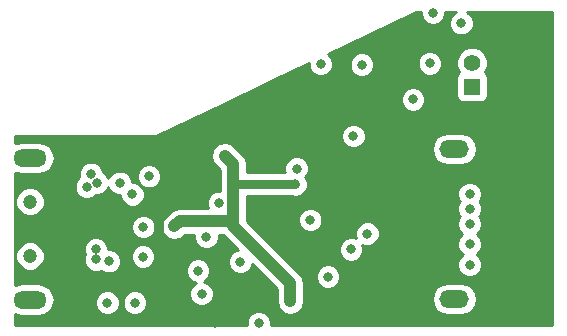
<source format=gbr>
G04 #@! TF.FileFunction,Copper,L3,Inr,Plane*
%FSLAX46Y46*%
G04 Gerber Fmt 4.6, Leading zero omitted, Abs format (unit mm)*
G04 Created by KiCad (PCBNEW no-vcs-found-undefined) date Thu Oct 27 09:39:57 2016*
%MOMM*%
%LPD*%
G01*
G04 APERTURE LIST*
%ADD10C,0.600000*%
%ADD11C,1.200000*%
%ADD12C,0.800000*%
%ADD13O,2.800000X1.500000*%
%ADD14O,2.500000X1.500000*%
%ADD15R,1.400000X1.400000*%
%ADD16C,1.400000*%
%ADD17C,0.508000*%
%ADD18C,0.762000*%
%ADD19C,1.016000*%
%ADD20C,0.254000*%
G04 APERTURE END LIST*
D10*
D11*
X104530000Y-51310000D03*
X104530000Y-55910000D03*
D12*
X105280000Y-47610000D03*
X103780000Y-59610000D03*
X103780000Y-47610000D03*
D13*
X104530000Y-47610000D03*
D12*
X105280000Y-59610000D03*
D13*
X104530000Y-59610000D03*
D14*
X140450000Y-46850000D03*
X140450000Y-59550000D03*
D15*
X141947860Y-41558380D03*
D16*
X141945320Y-39546700D03*
D12*
X132620704Y-39700485D03*
X119050000Y-59100000D03*
X136950000Y-42650000D03*
X131900000Y-45750000D03*
X127100000Y-48500000D03*
X141750000Y-51900000D03*
X141750000Y-54900000D03*
X112126000Y-49708000D03*
X114084000Y-55950000D03*
X123900000Y-61600000D03*
X129750000Y-57650000D03*
X131700000Y-55350000D03*
X133100000Y-54000000D03*
X141750000Y-56650000D03*
X141750000Y-53200000D03*
X141750000Y-50650000D03*
X129150000Y-39650000D03*
X138375400Y-39600000D03*
X118750000Y-57150000D03*
X111069400Y-59858000D03*
X113400000Y-59858000D03*
X109700000Y-48950000D03*
X110200000Y-49708000D03*
X109338000Y-50070000D03*
X113200000Y-50691000D03*
X114111000Y-53450000D03*
X122324000Y-56400000D03*
X129000000Y-44843010D03*
X129800000Y-44843010D03*
X128450000Y-46900000D03*
X116650000Y-50250000D03*
X120200000Y-61550000D03*
X121750000Y-59017026D03*
X125400000Y-53200000D03*
X129600000Y-50500000D03*
X145950000Y-37400000D03*
X123761400Y-47150000D03*
X116750000Y-55350000D03*
X110100000Y-56200000D03*
X110100000Y-55350000D03*
X141050000Y-36200000D03*
X127000000Y-49850000D03*
X126550000Y-59750000D03*
X121000000Y-47400000D03*
X116750000Y-53400000D03*
X120550000Y-51400000D03*
X114600000Y-49150000D03*
X128250000Y-52850000D03*
X138650000Y-35300000D03*
X111200000Y-56350000D03*
X119459603Y-54264542D03*
D17*
X116750000Y-55350000D02*
X118850000Y-55350000D01*
X118850000Y-55350000D02*
X121750000Y-58250000D01*
X121750000Y-58250000D02*
X121750000Y-59017026D01*
X129800000Y-45408695D02*
X129800000Y-44843010D01*
X129000000Y-44843010D02*
X129800000Y-44843010D01*
X130199999Y-44443011D02*
X129800000Y-44843010D01*
X129800000Y-45550000D02*
X129800000Y-45408695D01*
X128450000Y-46900000D02*
X129800000Y-45550000D01*
X145950000Y-37400000D02*
X137243010Y-37400000D01*
X137243010Y-37400000D02*
X130199999Y-44443011D01*
X128200000Y-47150000D02*
X128450000Y-46900000D01*
X123761400Y-47150000D02*
X128200000Y-47150000D01*
X128849999Y-47299999D02*
X128450000Y-46900000D01*
X129600000Y-50500000D02*
X129600000Y-48050000D01*
X129600000Y-48050000D02*
X128849999Y-47299999D01*
D18*
X115450000Y-51450000D02*
X116650000Y-50250000D01*
X116750000Y-55350000D02*
X115450000Y-54050000D01*
D17*
X123122392Y-46510992D02*
X123761400Y-47150000D01*
D18*
X115450000Y-54050000D02*
X115450000Y-51450000D01*
D17*
X116650000Y-49350000D02*
X119489008Y-46510992D01*
X116650000Y-50250000D02*
X116650000Y-49350000D01*
X121750000Y-59017026D02*
X121750000Y-60000000D01*
X121750000Y-60000000D02*
X120200000Y-61550000D01*
X123217026Y-59017026D02*
X122315685Y-59017026D01*
X124839010Y-60639010D02*
X123217026Y-59017026D01*
X122315685Y-59017026D02*
X121750000Y-59017026D01*
X125400000Y-53200000D02*
X128400000Y-56200000D01*
X128400000Y-56200000D02*
X128400000Y-59157249D01*
X129600000Y-50500000D02*
X128100000Y-50500000D01*
X128100000Y-50500000D02*
X125400000Y-53200000D01*
D19*
X116750000Y-53400000D02*
X117200000Y-52950000D01*
X117200000Y-52950000D02*
X121650000Y-52950000D01*
X121650000Y-52950000D02*
X121750000Y-52850000D01*
X121750000Y-52850000D02*
X121750000Y-49850000D01*
X121750000Y-52350000D02*
X121750000Y-53400000D01*
X121750000Y-53400000D02*
X126550000Y-58200000D01*
X126550000Y-58200000D02*
X126550000Y-59750000D01*
X121750000Y-49850000D02*
X121750000Y-48150000D01*
D18*
X127000000Y-49850000D02*
X121750000Y-49850000D01*
D19*
X121750000Y-48150000D02*
X121000000Y-47400000D01*
D20*
G36*
X137614821Y-35504971D02*
X137772058Y-35885515D01*
X138062954Y-36176919D01*
X138443223Y-36334820D01*
X138854971Y-36335179D01*
X139235515Y-36177942D01*
X139526919Y-35887046D01*
X139684820Y-35506777D01*
X139685033Y-35262000D01*
X140609837Y-35262000D01*
X140464485Y-35322058D01*
X140173081Y-35612954D01*
X140015180Y-35993223D01*
X140014821Y-36404971D01*
X140172058Y-36785515D01*
X140462954Y-37076919D01*
X140843223Y-37234820D01*
X141254971Y-37235179D01*
X141635515Y-37077942D01*
X141926919Y-36787046D01*
X142084820Y-36406777D01*
X142085179Y-35995029D01*
X141927942Y-35614485D01*
X141637046Y-35323081D01*
X141489946Y-35262000D01*
X148738000Y-35262000D01*
X148738000Y-61738000D01*
X124934880Y-61738000D01*
X124935179Y-61395029D01*
X124777942Y-61014485D01*
X124487046Y-60723081D01*
X124106777Y-60565180D01*
X123695029Y-60564821D01*
X123314485Y-60722058D01*
X123023081Y-61012954D01*
X122865180Y-61393223D01*
X122864879Y-61738000D01*
X103262000Y-61738000D01*
X103262000Y-60857424D01*
X103310115Y-60889573D01*
X103840132Y-60995000D01*
X105219868Y-60995000D01*
X105749885Y-60889573D01*
X106199211Y-60589343D01*
X106499441Y-60140017D01*
X106514766Y-60062971D01*
X110034221Y-60062971D01*
X110191458Y-60443515D01*
X110482354Y-60734919D01*
X110862623Y-60892820D01*
X111274371Y-60893179D01*
X111654915Y-60735942D01*
X111946319Y-60445046D01*
X112104220Y-60064777D01*
X112104221Y-60062971D01*
X112364821Y-60062971D01*
X112522058Y-60443515D01*
X112812954Y-60734919D01*
X113193223Y-60892820D01*
X113604971Y-60893179D01*
X113985515Y-60735942D01*
X114276919Y-60445046D01*
X114434820Y-60064777D01*
X114435179Y-59653029D01*
X114277942Y-59272485D01*
X113987046Y-58981081D01*
X113606777Y-58823180D01*
X113195029Y-58822821D01*
X112814485Y-58980058D01*
X112523081Y-59270954D01*
X112365180Y-59651223D01*
X112364821Y-60062971D01*
X112104221Y-60062971D01*
X112104579Y-59653029D01*
X111947342Y-59272485D01*
X111656446Y-58981081D01*
X111276177Y-58823180D01*
X110864429Y-58822821D01*
X110483885Y-58980058D01*
X110192481Y-59270954D01*
X110034580Y-59651223D01*
X110034221Y-60062971D01*
X106514766Y-60062971D01*
X106604868Y-59610000D01*
X106499441Y-59079983D01*
X106199211Y-58630657D01*
X105749885Y-58330427D01*
X105219868Y-58225000D01*
X103840132Y-58225000D01*
X103310115Y-58330427D01*
X103262000Y-58362576D01*
X103262000Y-56154579D01*
X103294786Y-56154579D01*
X103482408Y-56608657D01*
X103829515Y-56956371D01*
X104283266Y-57144785D01*
X104774579Y-57145214D01*
X105228657Y-56957592D01*
X105576371Y-56610485D01*
X105764785Y-56156734D01*
X105765214Y-55665421D01*
X105719577Y-55554971D01*
X109064821Y-55554971D01*
X109155764Y-55775071D01*
X109065180Y-55993223D01*
X109064821Y-56404971D01*
X109222058Y-56785515D01*
X109512954Y-57076919D01*
X109893223Y-57234820D01*
X110304971Y-57235179D01*
X110528854Y-57142673D01*
X110612954Y-57226919D01*
X110993223Y-57384820D01*
X111404971Y-57385179D01*
X111478080Y-57354971D01*
X117714821Y-57354971D01*
X117872058Y-57735515D01*
X118162954Y-58026919D01*
X118543223Y-58184820D01*
X118554584Y-58184830D01*
X118464485Y-58222058D01*
X118173081Y-58512954D01*
X118015180Y-58893223D01*
X118014821Y-59304971D01*
X118172058Y-59685515D01*
X118462954Y-59976919D01*
X118843223Y-60134820D01*
X119254971Y-60135179D01*
X119635515Y-59977942D01*
X119926919Y-59687046D01*
X120084820Y-59306777D01*
X120085179Y-58895029D01*
X119927942Y-58514485D01*
X119637046Y-58223081D01*
X119256777Y-58065180D01*
X119245416Y-58065170D01*
X119335515Y-58027942D01*
X119626919Y-57737046D01*
X119784820Y-57356777D01*
X119785179Y-56945029D01*
X119627942Y-56564485D01*
X119337046Y-56273081D01*
X118956777Y-56115180D01*
X118545029Y-56114821D01*
X118164485Y-56272058D01*
X117873081Y-56562954D01*
X117715180Y-56943223D01*
X117714821Y-57354971D01*
X111478080Y-57354971D01*
X111785515Y-57227942D01*
X112076919Y-56937046D01*
X112234820Y-56556777D01*
X112235170Y-56154971D01*
X113048821Y-56154971D01*
X113206058Y-56535515D01*
X113496954Y-56826919D01*
X113877223Y-56984820D01*
X114288971Y-56985179D01*
X114669515Y-56827942D01*
X114960919Y-56537046D01*
X115118820Y-56156777D01*
X115119179Y-55745029D01*
X114961942Y-55364485D01*
X114671046Y-55073081D01*
X114290777Y-54915180D01*
X113879029Y-54914821D01*
X113498485Y-55072058D01*
X113207081Y-55362954D01*
X113049180Y-55743223D01*
X113048821Y-56154971D01*
X112235170Y-56154971D01*
X112235179Y-56145029D01*
X112077942Y-55764485D01*
X111787046Y-55473081D01*
X111406777Y-55315180D01*
X111135031Y-55314943D01*
X111135179Y-55145029D01*
X110977942Y-54764485D01*
X110687046Y-54473081D01*
X110306777Y-54315180D01*
X109895029Y-54314821D01*
X109514485Y-54472058D01*
X109223081Y-54762954D01*
X109065180Y-55143223D01*
X109064821Y-55554971D01*
X105719577Y-55554971D01*
X105577592Y-55211343D01*
X105230485Y-54863629D01*
X104776734Y-54675215D01*
X104285421Y-54674786D01*
X103831343Y-54862408D01*
X103483629Y-55209515D01*
X103295215Y-55663266D01*
X103294786Y-56154579D01*
X103262000Y-56154579D01*
X103262000Y-53654971D01*
X113075821Y-53654971D01*
X113233058Y-54035515D01*
X113523954Y-54326919D01*
X113904223Y-54484820D01*
X114315971Y-54485179D01*
X114696515Y-54327942D01*
X114987919Y-54037046D01*
X115145820Y-53656777D01*
X115146043Y-53400000D01*
X115607000Y-53400000D01*
X115694006Y-53837407D01*
X115941777Y-54208223D01*
X116312593Y-54455994D01*
X116750000Y-54543000D01*
X117187407Y-54455994D01*
X117558223Y-54208223D01*
X117673446Y-54093000D01*
X118424752Y-54093000D01*
X118424424Y-54469513D01*
X118581661Y-54850057D01*
X118872557Y-55141461D01*
X119252826Y-55299362D01*
X119664574Y-55299721D01*
X120045118Y-55142484D01*
X120336522Y-54851588D01*
X120494423Y-54471319D01*
X120494753Y-54093000D01*
X120864788Y-54093000D01*
X120941777Y-54208223D01*
X122104414Y-55370860D01*
X121738485Y-55522058D01*
X121447081Y-55812954D01*
X121289180Y-56193223D01*
X121288821Y-56604971D01*
X121446058Y-56985515D01*
X121736954Y-57276919D01*
X122117223Y-57434820D01*
X122528971Y-57435179D01*
X122909515Y-57277942D01*
X123200919Y-56987046D01*
X123353395Y-56619841D01*
X125407000Y-58673446D01*
X125407000Y-59750000D01*
X125494006Y-60187407D01*
X125741777Y-60558223D01*
X126112593Y-60805994D01*
X126550000Y-60893000D01*
X126987407Y-60805994D01*
X127358223Y-60558223D01*
X127605994Y-60187407D01*
X127693000Y-59750000D01*
X127693000Y-59550000D01*
X138528071Y-59550000D01*
X138633498Y-60080017D01*
X138933728Y-60529343D01*
X139383054Y-60829573D01*
X139913071Y-60935000D01*
X140986929Y-60935000D01*
X141516946Y-60829573D01*
X141966272Y-60529343D01*
X142266502Y-60080017D01*
X142371929Y-59550000D01*
X142266502Y-59019983D01*
X141966272Y-58570657D01*
X141516946Y-58270427D01*
X140986929Y-58165000D01*
X139913071Y-58165000D01*
X139383054Y-58270427D01*
X138933728Y-58570657D01*
X138633498Y-59019983D01*
X138528071Y-59550000D01*
X127693000Y-59550000D01*
X127693000Y-58200000D01*
X127624370Y-57854971D01*
X128714821Y-57854971D01*
X128872058Y-58235515D01*
X129162954Y-58526919D01*
X129543223Y-58684820D01*
X129954971Y-58685179D01*
X130335515Y-58527942D01*
X130626919Y-58237046D01*
X130784820Y-57856777D01*
X130785179Y-57445029D01*
X130627942Y-57064485D01*
X130337046Y-56773081D01*
X129956777Y-56615180D01*
X129545029Y-56614821D01*
X129164485Y-56772058D01*
X128873081Y-57062954D01*
X128715180Y-57443223D01*
X128714821Y-57854971D01*
X127624370Y-57854971D01*
X127605994Y-57762593D01*
X127358223Y-57391777D01*
X125521417Y-55554971D01*
X130664821Y-55554971D01*
X130822058Y-55935515D01*
X131112954Y-56226919D01*
X131493223Y-56384820D01*
X131904971Y-56385179D01*
X132285515Y-56227942D01*
X132576919Y-55937046D01*
X132734820Y-55556777D01*
X132735179Y-55145029D01*
X132647479Y-54932779D01*
X132893223Y-55034820D01*
X133304971Y-55035179D01*
X133685515Y-54877942D01*
X133976919Y-54587046D01*
X134134820Y-54206777D01*
X134135179Y-53795029D01*
X133977942Y-53414485D01*
X133687046Y-53123081D01*
X133306777Y-52965180D01*
X132895029Y-52964821D01*
X132514485Y-53122058D01*
X132223081Y-53412954D01*
X132065180Y-53793223D01*
X132064821Y-54204971D01*
X132152521Y-54417221D01*
X131906777Y-54315180D01*
X131495029Y-54314821D01*
X131114485Y-54472058D01*
X130823081Y-54762954D01*
X130665180Y-55143223D01*
X130664821Y-55554971D01*
X125521417Y-55554971D01*
X123021417Y-53054971D01*
X127214821Y-53054971D01*
X127372058Y-53435515D01*
X127662954Y-53726919D01*
X128043223Y-53884820D01*
X128454971Y-53885179D01*
X128835515Y-53727942D01*
X129126919Y-53437046D01*
X129284820Y-53056777D01*
X129285179Y-52645029D01*
X129127942Y-52264485D01*
X128837046Y-51973081D01*
X128456777Y-51815180D01*
X128045029Y-51814821D01*
X127664485Y-51972058D01*
X127373081Y-52262954D01*
X127215180Y-52643223D01*
X127214821Y-53054971D01*
X123021417Y-53054971D01*
X122893000Y-52926554D01*
X122893000Y-50866000D01*
X126747899Y-50866000D01*
X126793223Y-50884820D01*
X127204971Y-50885179D01*
X127278080Y-50854971D01*
X140714821Y-50854971D01*
X140872058Y-51235515D01*
X140911288Y-51274814D01*
X140873081Y-51312954D01*
X140715180Y-51693223D01*
X140714821Y-52104971D01*
X140872058Y-52485515D01*
X140936288Y-52549857D01*
X140873081Y-52612954D01*
X140715180Y-52993223D01*
X140714821Y-53404971D01*
X140872058Y-53785515D01*
X141136288Y-54050206D01*
X140873081Y-54312954D01*
X140715180Y-54693223D01*
X140714821Y-55104971D01*
X140872058Y-55485515D01*
X141161288Y-55775250D01*
X140873081Y-56062954D01*
X140715180Y-56443223D01*
X140714821Y-56854971D01*
X140872058Y-57235515D01*
X141162954Y-57526919D01*
X141543223Y-57684820D01*
X141954971Y-57685179D01*
X142335515Y-57527942D01*
X142626919Y-57237046D01*
X142784820Y-56856777D01*
X142785179Y-56445029D01*
X142627942Y-56064485D01*
X142338712Y-55774750D01*
X142626919Y-55487046D01*
X142784820Y-55106777D01*
X142785179Y-54695029D01*
X142627942Y-54314485D01*
X142363712Y-54049794D01*
X142626919Y-53787046D01*
X142784820Y-53406777D01*
X142785179Y-52995029D01*
X142627942Y-52614485D01*
X142563712Y-52550143D01*
X142626919Y-52487046D01*
X142784820Y-52106777D01*
X142785179Y-51695029D01*
X142627942Y-51314485D01*
X142588712Y-51275186D01*
X142626919Y-51237046D01*
X142784820Y-50856777D01*
X142785179Y-50445029D01*
X142627942Y-50064485D01*
X142337046Y-49773081D01*
X141956777Y-49615180D01*
X141545029Y-49614821D01*
X141164485Y-49772058D01*
X140873081Y-50062954D01*
X140715180Y-50443223D01*
X140714821Y-50854971D01*
X127278080Y-50854971D01*
X127585515Y-50727942D01*
X127876919Y-50437046D01*
X128034820Y-50056777D01*
X128035179Y-49645029D01*
X127877942Y-49264485D01*
X127838625Y-49225099D01*
X127976919Y-49087046D01*
X128134820Y-48706777D01*
X128135179Y-48295029D01*
X127977942Y-47914485D01*
X127687046Y-47623081D01*
X127306777Y-47465180D01*
X126895029Y-47464821D01*
X126514485Y-47622058D01*
X126223081Y-47912954D01*
X126065180Y-48293223D01*
X126064821Y-48704971D01*
X126118135Y-48834000D01*
X122893000Y-48834000D01*
X122893000Y-48150000D01*
X122805994Y-47712593D01*
X122558223Y-47341777D01*
X122066446Y-46850000D01*
X138528071Y-46850000D01*
X138633498Y-47380017D01*
X138933728Y-47829343D01*
X139383054Y-48129573D01*
X139913071Y-48235000D01*
X140986929Y-48235000D01*
X141516946Y-48129573D01*
X141966272Y-47829343D01*
X142266502Y-47380017D01*
X142371929Y-46850000D01*
X142266502Y-46319983D01*
X141966272Y-45870657D01*
X141516946Y-45570427D01*
X140986929Y-45465000D01*
X139913071Y-45465000D01*
X139383054Y-45570427D01*
X138933728Y-45870657D01*
X138633498Y-46319983D01*
X138528071Y-46850000D01*
X122066446Y-46850000D01*
X121808223Y-46591777D01*
X121437407Y-46344006D01*
X121000000Y-46257000D01*
X120562593Y-46344006D01*
X120191777Y-46591777D01*
X119944006Y-46962593D01*
X119857000Y-47400000D01*
X119944006Y-47837407D01*
X120191777Y-48208223D01*
X120607000Y-48623446D01*
X120607000Y-50365049D01*
X120345029Y-50364821D01*
X119964485Y-50522058D01*
X119673081Y-50812954D01*
X119515180Y-51193223D01*
X119514821Y-51604971D01*
X119598297Y-51807000D01*
X117200000Y-51807000D01*
X116762593Y-51894006D01*
X116391777Y-52141777D01*
X115941777Y-52591777D01*
X115694006Y-52962593D01*
X115607000Y-53400000D01*
X115146043Y-53400000D01*
X115146179Y-53245029D01*
X114988942Y-52864485D01*
X114698046Y-52573081D01*
X114317777Y-52415180D01*
X113906029Y-52414821D01*
X113525485Y-52572058D01*
X113234081Y-52862954D01*
X113076180Y-53243223D01*
X113075821Y-53654971D01*
X103262000Y-53654971D01*
X103262000Y-51554579D01*
X103294786Y-51554579D01*
X103482408Y-52008657D01*
X103829515Y-52356371D01*
X104283266Y-52544785D01*
X104774579Y-52545214D01*
X105228657Y-52357592D01*
X105576371Y-52010485D01*
X105764785Y-51556734D01*
X105765214Y-51065421D01*
X105577592Y-50611343D01*
X105241808Y-50274971D01*
X108302821Y-50274971D01*
X108460058Y-50655515D01*
X108750954Y-50946919D01*
X109131223Y-51104820D01*
X109542971Y-51105179D01*
X109923515Y-50947942D01*
X110128877Y-50742938D01*
X110404971Y-50743179D01*
X110785515Y-50585942D01*
X111076919Y-50295046D01*
X111163017Y-50087699D01*
X111248058Y-50293515D01*
X111538954Y-50584919D01*
X111919223Y-50742820D01*
X112164954Y-50743034D01*
X112164821Y-50895971D01*
X112322058Y-51276515D01*
X112612954Y-51567919D01*
X112993223Y-51725820D01*
X113404971Y-51726179D01*
X113785515Y-51568942D01*
X114076919Y-51278046D01*
X114234820Y-50897777D01*
X114235179Y-50486029D01*
X114077942Y-50105485D01*
X113787046Y-49814081D01*
X113406777Y-49656180D01*
X113161046Y-49655966D01*
X113161179Y-49503029D01*
X113100003Y-49354971D01*
X113564821Y-49354971D01*
X113722058Y-49735515D01*
X114012954Y-50026919D01*
X114393223Y-50184820D01*
X114804971Y-50185179D01*
X115185515Y-50027942D01*
X115476919Y-49737046D01*
X115634820Y-49356777D01*
X115635179Y-48945029D01*
X115477942Y-48564485D01*
X115187046Y-48273081D01*
X114806777Y-48115180D01*
X114395029Y-48114821D01*
X114014485Y-48272058D01*
X113723081Y-48562954D01*
X113565180Y-48943223D01*
X113564821Y-49354971D01*
X113100003Y-49354971D01*
X113003942Y-49122485D01*
X112713046Y-48831081D01*
X112332777Y-48673180D01*
X111921029Y-48672821D01*
X111540485Y-48830058D01*
X111249081Y-49120954D01*
X111162983Y-49328301D01*
X111077942Y-49122485D01*
X110787046Y-48831081D01*
X110735123Y-48809521D01*
X110735179Y-48745029D01*
X110577942Y-48364485D01*
X110287046Y-48073081D01*
X109906777Y-47915180D01*
X109495029Y-47914821D01*
X109114485Y-48072058D01*
X108823081Y-48362954D01*
X108665180Y-48743223D01*
X108664821Y-49154971D01*
X108701270Y-49243184D01*
X108461081Y-49482954D01*
X108303180Y-49863223D01*
X108302821Y-50274971D01*
X105241808Y-50274971D01*
X105230485Y-50263629D01*
X104776734Y-50075215D01*
X104285421Y-50074786D01*
X103831343Y-50262408D01*
X103483629Y-50609515D01*
X103295215Y-51063266D01*
X103294786Y-51554579D01*
X103262000Y-51554579D01*
X103262000Y-48857424D01*
X103310115Y-48889573D01*
X103840132Y-48995000D01*
X105219868Y-48995000D01*
X105749885Y-48889573D01*
X106199211Y-48589343D01*
X106499441Y-48140017D01*
X106604868Y-47610000D01*
X106499441Y-47079983D01*
X106199211Y-46630657D01*
X105749885Y-46330427D01*
X105219868Y-46225000D01*
X103840132Y-46225000D01*
X103310115Y-46330427D01*
X103262000Y-46362576D01*
X103262000Y-45954971D01*
X130864821Y-45954971D01*
X131022058Y-46335515D01*
X131312954Y-46626919D01*
X131693223Y-46784820D01*
X132104971Y-46785179D01*
X132485515Y-46627942D01*
X132776919Y-46337046D01*
X132934820Y-45956777D01*
X132935179Y-45545029D01*
X132777942Y-45164485D01*
X132487046Y-44873081D01*
X132106777Y-44715180D01*
X131695029Y-44714821D01*
X131314485Y-44872058D01*
X131023081Y-45162954D01*
X130865180Y-45543223D01*
X130864821Y-45954971D01*
X103262000Y-45954971D01*
X103262000Y-45762000D01*
X115000000Y-45762000D01*
X115019942Y-45758033D01*
X115040064Y-45760946D01*
X115165090Y-45729162D01*
X115291605Y-45703996D01*
X115308509Y-45692701D01*
X115328216Y-45687691D01*
X121263438Y-42854971D01*
X135914821Y-42854971D01*
X136072058Y-43235515D01*
X136362954Y-43526919D01*
X136743223Y-43684820D01*
X137154971Y-43685179D01*
X137535515Y-43527942D01*
X137826919Y-43237046D01*
X137984820Y-42856777D01*
X137985179Y-42445029D01*
X137827942Y-42064485D01*
X137537046Y-41773081D01*
X137156777Y-41615180D01*
X136745029Y-41614821D01*
X136364485Y-41772058D01*
X136073081Y-42062954D01*
X135915180Y-42443223D01*
X135914821Y-42854971D01*
X121263438Y-42854971D01*
X125446772Y-40858380D01*
X140600420Y-40858380D01*
X140600420Y-42258380D01*
X140649703Y-42506145D01*
X140790051Y-42716189D01*
X141000095Y-42856537D01*
X141247860Y-42905820D01*
X142647860Y-42905820D01*
X142895625Y-42856537D01*
X143105669Y-42716189D01*
X143246017Y-42506145D01*
X143295300Y-42258380D01*
X143295300Y-40858380D01*
X143246017Y-40610615D01*
X143105669Y-40400571D01*
X143030139Y-40350103D01*
X143076418Y-40303904D01*
X143280088Y-39813413D01*
X143280551Y-39282317D01*
X143077738Y-38791471D01*
X142702524Y-38415602D01*
X142212033Y-38211932D01*
X141680937Y-38211469D01*
X141190091Y-38414282D01*
X140814222Y-38789496D01*
X140610552Y-39279987D01*
X140610089Y-39811083D01*
X140812902Y-40301929D01*
X140862828Y-40351942D01*
X140790051Y-40400571D01*
X140649703Y-40610615D01*
X140600420Y-40858380D01*
X125446772Y-40858380D01*
X128115056Y-39584881D01*
X128114821Y-39854971D01*
X128272058Y-40235515D01*
X128562954Y-40526919D01*
X128943223Y-40684820D01*
X129354971Y-40685179D01*
X129735515Y-40527942D01*
X130026919Y-40237046D01*
X130164606Y-39905456D01*
X131585525Y-39905456D01*
X131742762Y-40286000D01*
X132033658Y-40577404D01*
X132413927Y-40735305D01*
X132825675Y-40735664D01*
X133206219Y-40578427D01*
X133497623Y-40287531D01*
X133655524Y-39907262D01*
X133655613Y-39804971D01*
X137340221Y-39804971D01*
X137497458Y-40185515D01*
X137788354Y-40476919D01*
X138168623Y-40634820D01*
X138580371Y-40635179D01*
X138960915Y-40477942D01*
X139252319Y-40187046D01*
X139410220Y-39806777D01*
X139410579Y-39395029D01*
X139253342Y-39014485D01*
X138962446Y-38723081D01*
X138582177Y-38565180D01*
X138170429Y-38564821D01*
X137789885Y-38722058D01*
X137498481Y-39012954D01*
X137340580Y-39393223D01*
X137340221Y-39804971D01*
X133655613Y-39804971D01*
X133655883Y-39495514D01*
X133498646Y-39114970D01*
X133207750Y-38823566D01*
X132827481Y-38665665D01*
X132415733Y-38665306D01*
X132035189Y-38822543D01*
X131743785Y-39113439D01*
X131585884Y-39493708D01*
X131585525Y-39905456D01*
X130164606Y-39905456D01*
X130184820Y-39856777D01*
X130185179Y-39445029D01*
X130027942Y-39064485D01*
X129762515Y-38798594D01*
X137172521Y-35262000D01*
X137615033Y-35262000D01*
X137614821Y-35504971D01*
X137614821Y-35504971D01*
G37*
X137614821Y-35504971D02*
X137772058Y-35885515D01*
X138062954Y-36176919D01*
X138443223Y-36334820D01*
X138854971Y-36335179D01*
X139235515Y-36177942D01*
X139526919Y-35887046D01*
X139684820Y-35506777D01*
X139685033Y-35262000D01*
X140609837Y-35262000D01*
X140464485Y-35322058D01*
X140173081Y-35612954D01*
X140015180Y-35993223D01*
X140014821Y-36404971D01*
X140172058Y-36785515D01*
X140462954Y-37076919D01*
X140843223Y-37234820D01*
X141254971Y-37235179D01*
X141635515Y-37077942D01*
X141926919Y-36787046D01*
X142084820Y-36406777D01*
X142085179Y-35995029D01*
X141927942Y-35614485D01*
X141637046Y-35323081D01*
X141489946Y-35262000D01*
X148738000Y-35262000D01*
X148738000Y-61738000D01*
X124934880Y-61738000D01*
X124935179Y-61395029D01*
X124777942Y-61014485D01*
X124487046Y-60723081D01*
X124106777Y-60565180D01*
X123695029Y-60564821D01*
X123314485Y-60722058D01*
X123023081Y-61012954D01*
X122865180Y-61393223D01*
X122864879Y-61738000D01*
X103262000Y-61738000D01*
X103262000Y-60857424D01*
X103310115Y-60889573D01*
X103840132Y-60995000D01*
X105219868Y-60995000D01*
X105749885Y-60889573D01*
X106199211Y-60589343D01*
X106499441Y-60140017D01*
X106514766Y-60062971D01*
X110034221Y-60062971D01*
X110191458Y-60443515D01*
X110482354Y-60734919D01*
X110862623Y-60892820D01*
X111274371Y-60893179D01*
X111654915Y-60735942D01*
X111946319Y-60445046D01*
X112104220Y-60064777D01*
X112104221Y-60062971D01*
X112364821Y-60062971D01*
X112522058Y-60443515D01*
X112812954Y-60734919D01*
X113193223Y-60892820D01*
X113604971Y-60893179D01*
X113985515Y-60735942D01*
X114276919Y-60445046D01*
X114434820Y-60064777D01*
X114435179Y-59653029D01*
X114277942Y-59272485D01*
X113987046Y-58981081D01*
X113606777Y-58823180D01*
X113195029Y-58822821D01*
X112814485Y-58980058D01*
X112523081Y-59270954D01*
X112365180Y-59651223D01*
X112364821Y-60062971D01*
X112104221Y-60062971D01*
X112104579Y-59653029D01*
X111947342Y-59272485D01*
X111656446Y-58981081D01*
X111276177Y-58823180D01*
X110864429Y-58822821D01*
X110483885Y-58980058D01*
X110192481Y-59270954D01*
X110034580Y-59651223D01*
X110034221Y-60062971D01*
X106514766Y-60062971D01*
X106604868Y-59610000D01*
X106499441Y-59079983D01*
X106199211Y-58630657D01*
X105749885Y-58330427D01*
X105219868Y-58225000D01*
X103840132Y-58225000D01*
X103310115Y-58330427D01*
X103262000Y-58362576D01*
X103262000Y-56154579D01*
X103294786Y-56154579D01*
X103482408Y-56608657D01*
X103829515Y-56956371D01*
X104283266Y-57144785D01*
X104774579Y-57145214D01*
X105228657Y-56957592D01*
X105576371Y-56610485D01*
X105764785Y-56156734D01*
X105765214Y-55665421D01*
X105719577Y-55554971D01*
X109064821Y-55554971D01*
X109155764Y-55775071D01*
X109065180Y-55993223D01*
X109064821Y-56404971D01*
X109222058Y-56785515D01*
X109512954Y-57076919D01*
X109893223Y-57234820D01*
X110304971Y-57235179D01*
X110528854Y-57142673D01*
X110612954Y-57226919D01*
X110993223Y-57384820D01*
X111404971Y-57385179D01*
X111478080Y-57354971D01*
X117714821Y-57354971D01*
X117872058Y-57735515D01*
X118162954Y-58026919D01*
X118543223Y-58184820D01*
X118554584Y-58184830D01*
X118464485Y-58222058D01*
X118173081Y-58512954D01*
X118015180Y-58893223D01*
X118014821Y-59304971D01*
X118172058Y-59685515D01*
X118462954Y-59976919D01*
X118843223Y-60134820D01*
X119254971Y-60135179D01*
X119635515Y-59977942D01*
X119926919Y-59687046D01*
X120084820Y-59306777D01*
X120085179Y-58895029D01*
X119927942Y-58514485D01*
X119637046Y-58223081D01*
X119256777Y-58065180D01*
X119245416Y-58065170D01*
X119335515Y-58027942D01*
X119626919Y-57737046D01*
X119784820Y-57356777D01*
X119785179Y-56945029D01*
X119627942Y-56564485D01*
X119337046Y-56273081D01*
X118956777Y-56115180D01*
X118545029Y-56114821D01*
X118164485Y-56272058D01*
X117873081Y-56562954D01*
X117715180Y-56943223D01*
X117714821Y-57354971D01*
X111478080Y-57354971D01*
X111785515Y-57227942D01*
X112076919Y-56937046D01*
X112234820Y-56556777D01*
X112235170Y-56154971D01*
X113048821Y-56154971D01*
X113206058Y-56535515D01*
X113496954Y-56826919D01*
X113877223Y-56984820D01*
X114288971Y-56985179D01*
X114669515Y-56827942D01*
X114960919Y-56537046D01*
X115118820Y-56156777D01*
X115119179Y-55745029D01*
X114961942Y-55364485D01*
X114671046Y-55073081D01*
X114290777Y-54915180D01*
X113879029Y-54914821D01*
X113498485Y-55072058D01*
X113207081Y-55362954D01*
X113049180Y-55743223D01*
X113048821Y-56154971D01*
X112235170Y-56154971D01*
X112235179Y-56145029D01*
X112077942Y-55764485D01*
X111787046Y-55473081D01*
X111406777Y-55315180D01*
X111135031Y-55314943D01*
X111135179Y-55145029D01*
X110977942Y-54764485D01*
X110687046Y-54473081D01*
X110306777Y-54315180D01*
X109895029Y-54314821D01*
X109514485Y-54472058D01*
X109223081Y-54762954D01*
X109065180Y-55143223D01*
X109064821Y-55554971D01*
X105719577Y-55554971D01*
X105577592Y-55211343D01*
X105230485Y-54863629D01*
X104776734Y-54675215D01*
X104285421Y-54674786D01*
X103831343Y-54862408D01*
X103483629Y-55209515D01*
X103295215Y-55663266D01*
X103294786Y-56154579D01*
X103262000Y-56154579D01*
X103262000Y-53654971D01*
X113075821Y-53654971D01*
X113233058Y-54035515D01*
X113523954Y-54326919D01*
X113904223Y-54484820D01*
X114315971Y-54485179D01*
X114696515Y-54327942D01*
X114987919Y-54037046D01*
X115145820Y-53656777D01*
X115146043Y-53400000D01*
X115607000Y-53400000D01*
X115694006Y-53837407D01*
X115941777Y-54208223D01*
X116312593Y-54455994D01*
X116750000Y-54543000D01*
X117187407Y-54455994D01*
X117558223Y-54208223D01*
X117673446Y-54093000D01*
X118424752Y-54093000D01*
X118424424Y-54469513D01*
X118581661Y-54850057D01*
X118872557Y-55141461D01*
X119252826Y-55299362D01*
X119664574Y-55299721D01*
X120045118Y-55142484D01*
X120336522Y-54851588D01*
X120494423Y-54471319D01*
X120494753Y-54093000D01*
X120864788Y-54093000D01*
X120941777Y-54208223D01*
X122104414Y-55370860D01*
X121738485Y-55522058D01*
X121447081Y-55812954D01*
X121289180Y-56193223D01*
X121288821Y-56604971D01*
X121446058Y-56985515D01*
X121736954Y-57276919D01*
X122117223Y-57434820D01*
X122528971Y-57435179D01*
X122909515Y-57277942D01*
X123200919Y-56987046D01*
X123353395Y-56619841D01*
X125407000Y-58673446D01*
X125407000Y-59750000D01*
X125494006Y-60187407D01*
X125741777Y-60558223D01*
X126112593Y-60805994D01*
X126550000Y-60893000D01*
X126987407Y-60805994D01*
X127358223Y-60558223D01*
X127605994Y-60187407D01*
X127693000Y-59750000D01*
X127693000Y-59550000D01*
X138528071Y-59550000D01*
X138633498Y-60080017D01*
X138933728Y-60529343D01*
X139383054Y-60829573D01*
X139913071Y-60935000D01*
X140986929Y-60935000D01*
X141516946Y-60829573D01*
X141966272Y-60529343D01*
X142266502Y-60080017D01*
X142371929Y-59550000D01*
X142266502Y-59019983D01*
X141966272Y-58570657D01*
X141516946Y-58270427D01*
X140986929Y-58165000D01*
X139913071Y-58165000D01*
X139383054Y-58270427D01*
X138933728Y-58570657D01*
X138633498Y-59019983D01*
X138528071Y-59550000D01*
X127693000Y-59550000D01*
X127693000Y-58200000D01*
X127624370Y-57854971D01*
X128714821Y-57854971D01*
X128872058Y-58235515D01*
X129162954Y-58526919D01*
X129543223Y-58684820D01*
X129954971Y-58685179D01*
X130335515Y-58527942D01*
X130626919Y-58237046D01*
X130784820Y-57856777D01*
X130785179Y-57445029D01*
X130627942Y-57064485D01*
X130337046Y-56773081D01*
X129956777Y-56615180D01*
X129545029Y-56614821D01*
X129164485Y-56772058D01*
X128873081Y-57062954D01*
X128715180Y-57443223D01*
X128714821Y-57854971D01*
X127624370Y-57854971D01*
X127605994Y-57762593D01*
X127358223Y-57391777D01*
X125521417Y-55554971D01*
X130664821Y-55554971D01*
X130822058Y-55935515D01*
X131112954Y-56226919D01*
X131493223Y-56384820D01*
X131904971Y-56385179D01*
X132285515Y-56227942D01*
X132576919Y-55937046D01*
X132734820Y-55556777D01*
X132735179Y-55145029D01*
X132647479Y-54932779D01*
X132893223Y-55034820D01*
X133304971Y-55035179D01*
X133685515Y-54877942D01*
X133976919Y-54587046D01*
X134134820Y-54206777D01*
X134135179Y-53795029D01*
X133977942Y-53414485D01*
X133687046Y-53123081D01*
X133306777Y-52965180D01*
X132895029Y-52964821D01*
X132514485Y-53122058D01*
X132223081Y-53412954D01*
X132065180Y-53793223D01*
X132064821Y-54204971D01*
X132152521Y-54417221D01*
X131906777Y-54315180D01*
X131495029Y-54314821D01*
X131114485Y-54472058D01*
X130823081Y-54762954D01*
X130665180Y-55143223D01*
X130664821Y-55554971D01*
X125521417Y-55554971D01*
X123021417Y-53054971D01*
X127214821Y-53054971D01*
X127372058Y-53435515D01*
X127662954Y-53726919D01*
X128043223Y-53884820D01*
X128454971Y-53885179D01*
X128835515Y-53727942D01*
X129126919Y-53437046D01*
X129284820Y-53056777D01*
X129285179Y-52645029D01*
X129127942Y-52264485D01*
X128837046Y-51973081D01*
X128456777Y-51815180D01*
X128045029Y-51814821D01*
X127664485Y-51972058D01*
X127373081Y-52262954D01*
X127215180Y-52643223D01*
X127214821Y-53054971D01*
X123021417Y-53054971D01*
X122893000Y-52926554D01*
X122893000Y-50866000D01*
X126747899Y-50866000D01*
X126793223Y-50884820D01*
X127204971Y-50885179D01*
X127278080Y-50854971D01*
X140714821Y-50854971D01*
X140872058Y-51235515D01*
X140911288Y-51274814D01*
X140873081Y-51312954D01*
X140715180Y-51693223D01*
X140714821Y-52104971D01*
X140872058Y-52485515D01*
X140936288Y-52549857D01*
X140873081Y-52612954D01*
X140715180Y-52993223D01*
X140714821Y-53404971D01*
X140872058Y-53785515D01*
X141136288Y-54050206D01*
X140873081Y-54312954D01*
X140715180Y-54693223D01*
X140714821Y-55104971D01*
X140872058Y-55485515D01*
X141161288Y-55775250D01*
X140873081Y-56062954D01*
X140715180Y-56443223D01*
X140714821Y-56854971D01*
X140872058Y-57235515D01*
X141162954Y-57526919D01*
X141543223Y-57684820D01*
X141954971Y-57685179D01*
X142335515Y-57527942D01*
X142626919Y-57237046D01*
X142784820Y-56856777D01*
X142785179Y-56445029D01*
X142627942Y-56064485D01*
X142338712Y-55774750D01*
X142626919Y-55487046D01*
X142784820Y-55106777D01*
X142785179Y-54695029D01*
X142627942Y-54314485D01*
X142363712Y-54049794D01*
X142626919Y-53787046D01*
X142784820Y-53406777D01*
X142785179Y-52995029D01*
X142627942Y-52614485D01*
X142563712Y-52550143D01*
X142626919Y-52487046D01*
X142784820Y-52106777D01*
X142785179Y-51695029D01*
X142627942Y-51314485D01*
X142588712Y-51275186D01*
X142626919Y-51237046D01*
X142784820Y-50856777D01*
X142785179Y-50445029D01*
X142627942Y-50064485D01*
X142337046Y-49773081D01*
X141956777Y-49615180D01*
X141545029Y-49614821D01*
X141164485Y-49772058D01*
X140873081Y-50062954D01*
X140715180Y-50443223D01*
X140714821Y-50854971D01*
X127278080Y-50854971D01*
X127585515Y-50727942D01*
X127876919Y-50437046D01*
X128034820Y-50056777D01*
X128035179Y-49645029D01*
X127877942Y-49264485D01*
X127838625Y-49225099D01*
X127976919Y-49087046D01*
X128134820Y-48706777D01*
X128135179Y-48295029D01*
X127977942Y-47914485D01*
X127687046Y-47623081D01*
X127306777Y-47465180D01*
X126895029Y-47464821D01*
X126514485Y-47622058D01*
X126223081Y-47912954D01*
X126065180Y-48293223D01*
X126064821Y-48704971D01*
X126118135Y-48834000D01*
X122893000Y-48834000D01*
X122893000Y-48150000D01*
X122805994Y-47712593D01*
X122558223Y-47341777D01*
X122066446Y-46850000D01*
X138528071Y-46850000D01*
X138633498Y-47380017D01*
X138933728Y-47829343D01*
X139383054Y-48129573D01*
X139913071Y-48235000D01*
X140986929Y-48235000D01*
X141516946Y-48129573D01*
X141966272Y-47829343D01*
X142266502Y-47380017D01*
X142371929Y-46850000D01*
X142266502Y-46319983D01*
X141966272Y-45870657D01*
X141516946Y-45570427D01*
X140986929Y-45465000D01*
X139913071Y-45465000D01*
X139383054Y-45570427D01*
X138933728Y-45870657D01*
X138633498Y-46319983D01*
X138528071Y-46850000D01*
X122066446Y-46850000D01*
X121808223Y-46591777D01*
X121437407Y-46344006D01*
X121000000Y-46257000D01*
X120562593Y-46344006D01*
X120191777Y-46591777D01*
X119944006Y-46962593D01*
X119857000Y-47400000D01*
X119944006Y-47837407D01*
X120191777Y-48208223D01*
X120607000Y-48623446D01*
X120607000Y-50365049D01*
X120345029Y-50364821D01*
X119964485Y-50522058D01*
X119673081Y-50812954D01*
X119515180Y-51193223D01*
X119514821Y-51604971D01*
X119598297Y-51807000D01*
X117200000Y-51807000D01*
X116762593Y-51894006D01*
X116391777Y-52141777D01*
X115941777Y-52591777D01*
X115694006Y-52962593D01*
X115607000Y-53400000D01*
X115146043Y-53400000D01*
X115146179Y-53245029D01*
X114988942Y-52864485D01*
X114698046Y-52573081D01*
X114317777Y-52415180D01*
X113906029Y-52414821D01*
X113525485Y-52572058D01*
X113234081Y-52862954D01*
X113076180Y-53243223D01*
X113075821Y-53654971D01*
X103262000Y-53654971D01*
X103262000Y-51554579D01*
X103294786Y-51554579D01*
X103482408Y-52008657D01*
X103829515Y-52356371D01*
X104283266Y-52544785D01*
X104774579Y-52545214D01*
X105228657Y-52357592D01*
X105576371Y-52010485D01*
X105764785Y-51556734D01*
X105765214Y-51065421D01*
X105577592Y-50611343D01*
X105241808Y-50274971D01*
X108302821Y-50274971D01*
X108460058Y-50655515D01*
X108750954Y-50946919D01*
X109131223Y-51104820D01*
X109542971Y-51105179D01*
X109923515Y-50947942D01*
X110128877Y-50742938D01*
X110404971Y-50743179D01*
X110785515Y-50585942D01*
X111076919Y-50295046D01*
X111163017Y-50087699D01*
X111248058Y-50293515D01*
X111538954Y-50584919D01*
X111919223Y-50742820D01*
X112164954Y-50743034D01*
X112164821Y-50895971D01*
X112322058Y-51276515D01*
X112612954Y-51567919D01*
X112993223Y-51725820D01*
X113404971Y-51726179D01*
X113785515Y-51568942D01*
X114076919Y-51278046D01*
X114234820Y-50897777D01*
X114235179Y-50486029D01*
X114077942Y-50105485D01*
X113787046Y-49814081D01*
X113406777Y-49656180D01*
X113161046Y-49655966D01*
X113161179Y-49503029D01*
X113100003Y-49354971D01*
X113564821Y-49354971D01*
X113722058Y-49735515D01*
X114012954Y-50026919D01*
X114393223Y-50184820D01*
X114804971Y-50185179D01*
X115185515Y-50027942D01*
X115476919Y-49737046D01*
X115634820Y-49356777D01*
X115635179Y-48945029D01*
X115477942Y-48564485D01*
X115187046Y-48273081D01*
X114806777Y-48115180D01*
X114395029Y-48114821D01*
X114014485Y-48272058D01*
X113723081Y-48562954D01*
X113565180Y-48943223D01*
X113564821Y-49354971D01*
X113100003Y-49354971D01*
X113003942Y-49122485D01*
X112713046Y-48831081D01*
X112332777Y-48673180D01*
X111921029Y-48672821D01*
X111540485Y-48830058D01*
X111249081Y-49120954D01*
X111162983Y-49328301D01*
X111077942Y-49122485D01*
X110787046Y-48831081D01*
X110735123Y-48809521D01*
X110735179Y-48745029D01*
X110577942Y-48364485D01*
X110287046Y-48073081D01*
X109906777Y-47915180D01*
X109495029Y-47914821D01*
X109114485Y-48072058D01*
X108823081Y-48362954D01*
X108665180Y-48743223D01*
X108664821Y-49154971D01*
X108701270Y-49243184D01*
X108461081Y-49482954D01*
X108303180Y-49863223D01*
X108302821Y-50274971D01*
X105241808Y-50274971D01*
X105230485Y-50263629D01*
X104776734Y-50075215D01*
X104285421Y-50074786D01*
X103831343Y-50262408D01*
X103483629Y-50609515D01*
X103295215Y-51063266D01*
X103294786Y-51554579D01*
X103262000Y-51554579D01*
X103262000Y-48857424D01*
X103310115Y-48889573D01*
X103840132Y-48995000D01*
X105219868Y-48995000D01*
X105749885Y-48889573D01*
X106199211Y-48589343D01*
X106499441Y-48140017D01*
X106604868Y-47610000D01*
X106499441Y-47079983D01*
X106199211Y-46630657D01*
X105749885Y-46330427D01*
X105219868Y-46225000D01*
X103840132Y-46225000D01*
X103310115Y-46330427D01*
X103262000Y-46362576D01*
X103262000Y-45954971D01*
X130864821Y-45954971D01*
X131022058Y-46335515D01*
X131312954Y-46626919D01*
X131693223Y-46784820D01*
X132104971Y-46785179D01*
X132485515Y-46627942D01*
X132776919Y-46337046D01*
X132934820Y-45956777D01*
X132935179Y-45545029D01*
X132777942Y-45164485D01*
X132487046Y-44873081D01*
X132106777Y-44715180D01*
X131695029Y-44714821D01*
X131314485Y-44872058D01*
X131023081Y-45162954D01*
X130865180Y-45543223D01*
X130864821Y-45954971D01*
X103262000Y-45954971D01*
X103262000Y-45762000D01*
X115000000Y-45762000D01*
X115019942Y-45758033D01*
X115040064Y-45760946D01*
X115165090Y-45729162D01*
X115291605Y-45703996D01*
X115308509Y-45692701D01*
X115328216Y-45687691D01*
X121263438Y-42854971D01*
X135914821Y-42854971D01*
X136072058Y-43235515D01*
X136362954Y-43526919D01*
X136743223Y-43684820D01*
X137154971Y-43685179D01*
X137535515Y-43527942D01*
X137826919Y-43237046D01*
X137984820Y-42856777D01*
X137985179Y-42445029D01*
X137827942Y-42064485D01*
X137537046Y-41773081D01*
X137156777Y-41615180D01*
X136745029Y-41614821D01*
X136364485Y-41772058D01*
X136073081Y-42062954D01*
X135915180Y-42443223D01*
X135914821Y-42854971D01*
X121263438Y-42854971D01*
X125446772Y-40858380D01*
X140600420Y-40858380D01*
X140600420Y-42258380D01*
X140649703Y-42506145D01*
X140790051Y-42716189D01*
X141000095Y-42856537D01*
X141247860Y-42905820D01*
X142647860Y-42905820D01*
X142895625Y-42856537D01*
X143105669Y-42716189D01*
X143246017Y-42506145D01*
X143295300Y-42258380D01*
X143295300Y-40858380D01*
X143246017Y-40610615D01*
X143105669Y-40400571D01*
X143030139Y-40350103D01*
X143076418Y-40303904D01*
X143280088Y-39813413D01*
X143280551Y-39282317D01*
X143077738Y-38791471D01*
X142702524Y-38415602D01*
X142212033Y-38211932D01*
X141680937Y-38211469D01*
X141190091Y-38414282D01*
X140814222Y-38789496D01*
X140610552Y-39279987D01*
X140610089Y-39811083D01*
X140812902Y-40301929D01*
X140862828Y-40351942D01*
X140790051Y-40400571D01*
X140649703Y-40610615D01*
X140600420Y-40858380D01*
X125446772Y-40858380D01*
X128115056Y-39584881D01*
X128114821Y-39854971D01*
X128272058Y-40235515D01*
X128562954Y-40526919D01*
X128943223Y-40684820D01*
X129354971Y-40685179D01*
X129735515Y-40527942D01*
X130026919Y-40237046D01*
X130164606Y-39905456D01*
X131585525Y-39905456D01*
X131742762Y-40286000D01*
X132033658Y-40577404D01*
X132413927Y-40735305D01*
X132825675Y-40735664D01*
X133206219Y-40578427D01*
X133497623Y-40287531D01*
X133655524Y-39907262D01*
X133655613Y-39804971D01*
X137340221Y-39804971D01*
X137497458Y-40185515D01*
X137788354Y-40476919D01*
X138168623Y-40634820D01*
X138580371Y-40635179D01*
X138960915Y-40477942D01*
X139252319Y-40187046D01*
X139410220Y-39806777D01*
X139410579Y-39395029D01*
X139253342Y-39014485D01*
X138962446Y-38723081D01*
X138582177Y-38565180D01*
X138170429Y-38564821D01*
X137789885Y-38722058D01*
X137498481Y-39012954D01*
X137340580Y-39393223D01*
X137340221Y-39804971D01*
X133655613Y-39804971D01*
X133655883Y-39495514D01*
X133498646Y-39114970D01*
X133207750Y-38823566D01*
X132827481Y-38665665D01*
X132415733Y-38665306D01*
X132035189Y-38822543D01*
X131743785Y-39113439D01*
X131585884Y-39493708D01*
X131585525Y-39905456D01*
X130164606Y-39905456D01*
X130184820Y-39856777D01*
X130185179Y-39445029D01*
X130027942Y-39064485D01*
X129762515Y-38798594D01*
X137172521Y-35262000D01*
X137615033Y-35262000D01*
X137614821Y-35504971D01*
M02*

</source>
